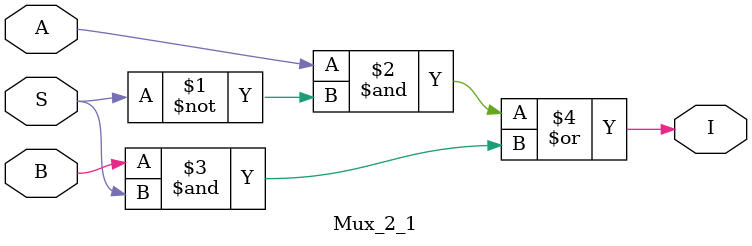
<source format=v>
`timescale 1ns / 1ps


module Mux_2_1(
    input  S,
    input A,B,
    output  I
    );
    
   assign I=(A & ~S) | (B & S);
   
endmodule

</source>
